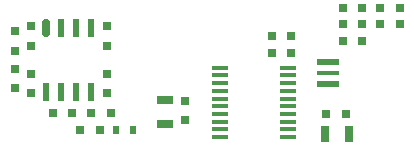
<source format=gbp>
G04*
G04 #@! TF.GenerationSoftware,Altium Limited,Altium Designer,22.1.2 (22)*
G04*
G04 Layer_Color=128*
%FSAX44Y44*%
%MOMM*%
G71*
G04*
G04 #@! TF.SameCoordinates,85A146D6-B946-4844-9BAA-ECA2B8BB7C66*
G04*
G04*
G04 #@! TF.FilePolarity,Positive*
G04*
G01*
G75*
%ADD14R,0.8000X0.8000*%
%ADD16R,0.8000X0.8000*%
%ADD25R,1.4000X0.8000*%
%ADD59R,0.6000X1.5500*%
G04:AMPARAMS|DCode=60|XSize=1.55mm|YSize=0.6mm|CornerRadius=0.15mm|HoleSize=0mm|Usage=FLASHONLY|Rotation=270.000|XOffset=0mm|YOffset=0mm|HoleType=Round|Shape=RoundedRectangle|*
%AMROUNDEDRECTD60*
21,1,1.5500,0.3000,0,0,270.0*
21,1,1.2500,0.6000,0,0,270.0*
1,1,0.3000,-0.1500,-0.6250*
1,1,0.3000,-0.1500,0.6250*
1,1,0.3000,0.1500,0.6250*
1,1,0.3000,0.1500,-0.6250*
%
%ADD60ROUNDEDRECTD60*%
%ADD61R,0.6000X0.8000*%
%ADD62R,0.8000X1.4000*%
%ADD63R,1.3500X0.4000*%
G04:AMPARAMS|DCode=64|XSize=1.35mm|YSize=0.4mm|CornerRadius=0.1mm|HoleSize=0mm|Usage=FLASHONLY|Rotation=180.000|XOffset=0mm|YOffset=0mm|HoleType=Round|Shape=RoundedRectangle|*
%AMROUNDEDRECTD64*
21,1,1.3500,0.2000,0,0,180.0*
21,1,1.1500,0.4000,0,0,180.0*
1,1,0.2000,-0.5750,0.1000*
1,1,0.2000,0.5750,0.1000*
1,1,0.2000,0.5750,-0.1000*
1,1,0.2000,-0.5750,-0.1000*
%
%ADD64ROUNDEDRECTD64*%
%ADD65R,1.9000X0.6000*%
%ADD66R,1.9000X0.4000*%
D14*
X00550750Y00132000D02*
D03*
X00567250D02*
D03*
X00550750Y00146000D02*
D03*
X00567250Y00146000D02*
D03*
X00599250Y00146000D02*
D03*
X00582750D02*
D03*
X00550750Y00160000D02*
D03*
X00567250D02*
D03*
X00305500Y00071000D02*
D03*
X00322000D02*
D03*
X00354250D02*
D03*
X00337750D02*
D03*
X00599250Y00160000D02*
D03*
X00582750D02*
D03*
X00328750Y00057000D02*
D03*
X00345250D02*
D03*
X00553250Y00070000D02*
D03*
X00536750Y00070000D02*
D03*
X00507250Y00122000D02*
D03*
X00490750D02*
D03*
X00507250Y00136000D02*
D03*
X00490750D02*
D03*
D16*
X00351000Y00087750D02*
D03*
Y00104250D02*
D03*
X00351000Y00127750D02*
D03*
Y00144250D02*
D03*
X00287000Y00087750D02*
D03*
Y00104250D02*
D03*
X00273000Y00140250D02*
D03*
Y00123750D02*
D03*
X00287000Y00127750D02*
D03*
X00287000Y00144250D02*
D03*
X00273000Y00091750D02*
D03*
X00273000Y00108250D02*
D03*
X00417000Y00064750D02*
D03*
Y00081250D02*
D03*
D25*
X00400000Y00082000D02*
D03*
Y00062000D02*
D03*
D59*
X00338050Y00143000D02*
D03*
X00325350D02*
D03*
X00312650Y00143000D02*
D03*
X00338050Y00089000D02*
D03*
X00325350Y00089000D02*
D03*
X00312650Y00089000D02*
D03*
X00299950D02*
D03*
D60*
X00299950Y00143000D02*
D03*
D61*
X00359000Y00057000D02*
D03*
X00373000D02*
D03*
D62*
X00556000Y00053000D02*
D03*
X00536000D02*
D03*
D63*
X00447250Y00063750D02*
D03*
Y00057250D02*
D03*
Y00109250D02*
D03*
Y00102750D02*
D03*
Y00096250D02*
D03*
Y00089750D02*
D03*
Y00083250D02*
D03*
Y00076750D02*
D03*
Y00070250D02*
D03*
Y00050750D02*
D03*
X00504750Y00063750D02*
D03*
Y00057250D02*
D03*
Y00102750D02*
D03*
Y00096250D02*
D03*
Y00089750D02*
D03*
Y00083250D02*
D03*
Y00076750D02*
D03*
Y00070250D02*
D03*
Y00050750D02*
D03*
D64*
Y00109250D02*
D03*
D65*
X00538000Y00114500D02*
D03*
Y00095500D02*
D03*
D66*
Y00105000D02*
D03*
M02*

</source>
